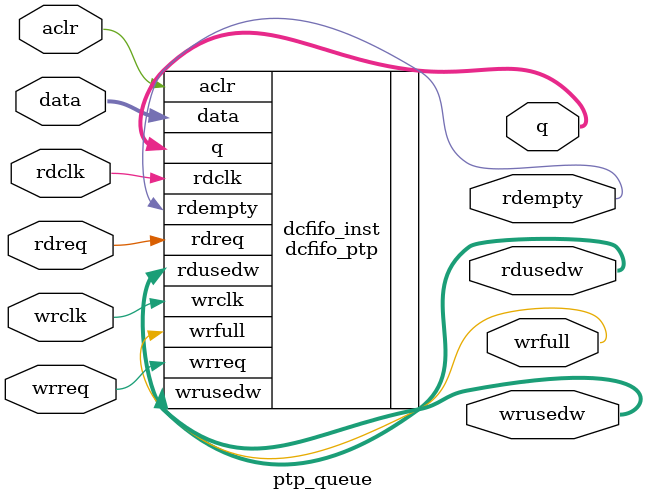
<source format=v>
/*
 * ptp_queue.v
 * 
 * Copyright (c) 2012, BABY&HW. All rights reserved.
 *
 * This library is free software, you can redistribute it and/or
 * modify it under the terms of the GNU Lesser General Public
 * License as published by the Free Software Foundation, either
 * version 2.1 of the License, or (at your option) any later version.
 *
 * This library is distributed in the hope that it will be useful,
 * but WITHOUT ANY WARRANTY, without even the implied warranty of
 * MERCHANTABILITY or FITNESS FOR A PARTICULAR PURPOSE.  See the GNU
 * Lesser General Public License for more details.
 *
 * You should have received a copy of the GNU Lesser General Public
 * License along with this library, if not, write to the Free Software
 * Foundation, Inc., 51 Franklin Street, Fifth Floor, Boston,
 * MA 02110-1301  USA
 */

`timescale 1ns/1ns

module ptp_queue (
  input          aclr,
  input	 [127:0] data,
  input	         rdclk,
  input	         rdreq,
  input	         wrclk,
  input	         wrreq,
  output [127:0] q,
  output         rdempty,
  output [  3:0] rdusedw,
  output         wrfull,
  output [  3:0] wrusedw
);


dcfifo_ptp dcfifo_inst(
  .aclr(aclr),

  .wrclk(wrclk),
  .wrreq(wrreq),
  .data(data),
  .wrfull(wrfull),
  .wrusedw(wrusedw),

  .rdclk(rdclk),
  .rdreq(rdreq),
  .q(q),
  .rdempty(rdempty),
  .rdusedw(rdusedw)
);



endmodule

</source>
